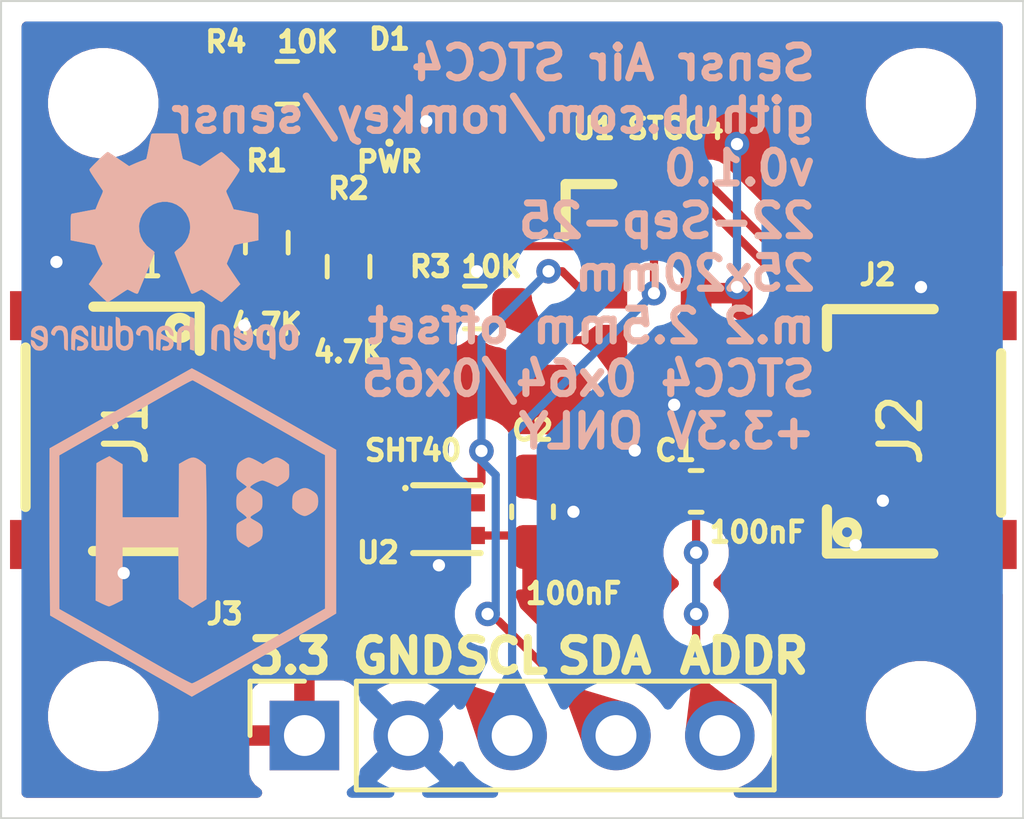
<source format=kicad_pcb>
(kicad_pcb (version 20241229) (generator "pcbnew") (generator_version "9.0")
  (title_block (title "Sensr Air STCC4") (date "2025-09-22") (rev "0.1.0") (company "PDX Hackerspace") (comment 1 "John Romkey"))
  (layers (0 "F.Cu" signal) (2 "B.Cu" signal) (13 "F.Paste" user) (15 "B.Paste" user) (5 "F.SilkS" user "F.Silkscreen") (7 "B.SilkS" user "B.Silkscreen") (1 "F.Mask" user) (3 "B.Mask" user) (25 "Edge.Cuts" user))
  (net 0 "")
  (net 1 "Net-(U1-SCL)")
  (net 2 "GND")
  (net 3 "Net-(U1-SDA)")
  (net 4 "+3.3V")
  (net 5 "Net-(D1-A)")
  (net 6 "/SCL")
  (net 7 "/SDA")
  (net 8 "/ADDR")
  (footprint "MountingHole:MountingHole_2.2mm_M2" (layer "F.Cu") (at 22.5 37.5)
    (property "Reference" "M4" (hide yes))
    (property "Value" "MountingHole_2.2mm_M2" (hide yes))
    (pad "" np_thru_hole circle (at 0 0) (size 2.2 2.2) (drill 2.2) (layers "*.Cu" "*.Mask"))
  )
  (footprint "easyeda2kicad:CONN-SMD_4P-P1.00_SM04B-SRSS-TB-LF-SN" (layer "F.Cu") (at 23.06 30.5 -90)
    (property "Reference" "J1" (at -4 -0.44 0) (layer "F.SilkS") (effects (font (size 0.5 0.5))))
    (property "Value" "BM04B-SRSS-TB(LF)(SN)" (hide yes))
    (fp_text user "${REFERENCE}" (at 0 0 90) (layer "F.SilkS"))
    (pad "1" smd rect (at -1.5 -1.94 270) (size 0.6 1.55) (layers "F.Cu" "F.Mask" "F.Paste") (net 2 "GND"))
    (pad "2" smd rect (at -0.5 -1.94 270) (size 0.6 1.55) (layers "F.Cu" "F.Mask" "F.Paste") (net 4 "+3.3V"))
    (pad "3" smd rect (at 0.5 -1.94 270) (size 0.6 1.55) (layers "F.Cu" "F.Mask" "F.Paste") (net 3 "Net-(U1-SDA)"))
    (pad "4" smd rect (at 1.5 -1.94 270) (size 0.6 1.55) (layers "F.Cu" "F.Mask" "F.Paste") (net 1 "Net-(U1-SCL)"))
    (pad "5" smd rect (at 2.8 1.94 270) (size 1.2 1.8) (layers "F.Cu" "F.Mask" "F.Paste") (net 2 "GND"))
    (pad "6" smd rect (at -2.8 1.94 270) (size 1.2 1.8) (layers "F.Cu" "F.Mask" "F.Paste") (net 2 "GND"))
  )
  (footprint "Resistor_SMD:R_0603_1608Metric_Pad0.98x0.95mm_HandSolder" (layer "F.Cu") (at 27 22)
    (property "Reference" "R4" (at -1.5 -1 0) (layer "F.SilkS") (effects (font (size 0.5 0.5) (thickness 0.125))))
    (property "Value" "10K" (at 0.5 -1 0) (layer "F.SilkS") (effects (font (size 0.5 0.5) (thickness 0.125))))
    (pad "1" smd roundrect (at -0.9125 0) (size 0.975 0.95) (layers "F.Cu" "F.Mask" "F.Paste") (net 4 "+3.3V"))
    (pad "2" smd roundrect (at 0.9125 0) (size 0.975 0.95) (layers "F.Cu" "F.Mask" "F.Paste") (net 5 "Net-(D1-A)"))
  )
  (footprint "LED_SMD:LED_0201_0603Metric_Pad0.64x0.40mm_HandSolder" (layer "F.Cu") (at 29.5 22.4325 90)
    (property "Reference" "D1" (at 1.5 0 0) (layer "F.SilkS") (effects (font (size 0.5 0.5) (thickness 0.125))))
    (property "Value" "PWR" (at -1.5 0 0) (layer "F.SilkS") (effects (font (size 0.5 0.5) (thickness 0.125))))
    (pad "1" smd roundrect (at -0.4075 0 90) (size 0.635 0.4) (layers "F.Cu" "F.Mask") (net 2 "GND"))
    (pad "2" smd roundrect (at 0.4075 0 90) (size 0.635 0.4) (layers "F.Cu" "F.Mask") (net 5 "Net-(D1-A)"))
  )
  (footprint "MountingHole:MountingHole_2.2mm_M2" (layer "F.Cu") (at 42.5 37.5)
    (property "Reference" "M3" (hide yes))
    (property "Value" "MountingHole_2.2mm_M2" (hide yes))
    (pad "" np_thru_hole circle (at 0 0) (size 2.2 2.2) (drill 2.2) (layers "*.Cu" "*.Mask"))
  )
  (footprint "MountingHole:MountingHole_2.2mm_M2" (layer "F.Cu") (at 42.5 22.5)
    (property "Reference" "M2" (hide yes))
    (property "Value" "MountingHole_2.2mm_M2" (hide yes))
    (pad "" np_thru_hole circle (at 0 0) (size 2.2 2.2) (drill 2.2) (layers "*.Cu" "*.Mask"))
  )
  (footprint "Capacitor_SMD:C_0603_1608Metric_Pad1.08x0.95mm_HandSolder" (layer "F.Cu") (at 33 32.5 90)
    (property "Reference" "C2" (at 2 0 0) (layer "F.SilkS") (effects (font (size 0.5 0.5))))
    (property "Value" "100nF" (at -2 1 0) (layer "F.SilkS") (effects (font (size 0.5 0.5))))
    (pad "1" smd roundrect (at -0.8625 0 90) (size 1.075 0.95) (layers "F.Cu" "F.Mask" "F.Paste") (net 4 "+3.3V"))
    (pad "2" smd roundrect (at 0.8625 0 90) (size 1.075 0.95) (layers "F.Cu" "F.Mask" "F.Paste") (net 2 "GND"))
  )
  (footprint "Resistor_SMD:R_0603_1608Metric_Pad0.98x0.95mm_HandSolder" (layer "F.Cu") (at 26.5 25.9125 -90)
    (property "Reference" "R1" (at -2 0 0) (layer "F.SilkS") (effects (font (size 0.5 0.5))))
    (property "Value" "4.7K" (at 2 0 0) (layer "F.SilkS") (effects (font (size 0.5 0.5))))
    (pad "1" smd roundrect (at -0.9125 0 270) (size 0.975 0.95) (layers "F.Cu" "F.Mask" "F.Paste") (net 4 "+3.3V"))
    (pad "2" smd roundrect (at 0.9125 0 270) (size 0.975 0.95) (layers "F.Cu" "F.Mask" "F.Paste") (net 3 "Net-(U1-SDA)"))
  )
  (footprint "Connector_PinSocket_2.54mm:PinSocket_1x05_P2.54mm_Vertical" (layer "F.Cu") (at 27.42 37.975 90)
    (property "Reference" "J3" (at 2.975 -1.95 0) (layer "F.SilkS") (effects (font (size 0.5 0.5) (thickness 0.125))))
    (property "Value" "Conn_01x05" (hide yes))
    (pad "1" thru_hole rect (at 0 0 90) (size 1.7 1.7) (drill 1) (layers "*.Cu" "*.Mask") (net 4 "+3.3V"))
    (pad "2" thru_hole circle (at 0 2.54 90) (size 1.7 1.7) (drill 1) (layers "*.Cu" "*.Mask") (net 2 "GND"))
    (pad "3" thru_hole circle (at 0 5.08 90) (size 1.7 1.7) (drill 1) (layers "*.Cu" "*.Mask") (net 6 "/SCL"))
    (pad "4" thru_hole circle (at 0 7.62 90) (size 1.7 1.7) (drill 1) (layers "*.Cu" "*.Mask") (net 7 "/SDA"))
    (pad "5" thru_hole circle (at 0 10.16 90) (size 1.7 1.7) (drill 1) (layers "*.Cu" "*.Mask") (net 8 "/ADDR"))
  )
  (footprint "Resistor_SMD:R_0603_1608Metric_Pad0.98x0.95mm_HandSolder" (layer "F.Cu") (at 31.5875 27.5 180)
    (property "Reference" "R3" (at 1.0875 1 0) (layer "F.SilkS") (effects (font (size 0.5 0.5) (thickness 0.125))))
    (property "Value" "10K" (at -0.4125 1 0) (layer "F.SilkS") (effects (font (size 0.5 0.5) (thickness 0.125))))
    (pad "1" smd roundrect (at -0.9125 0 180) (size 0.975 0.95) (layers "F.Cu" "F.Mask" "F.Paste") (net 8 "/ADDR"))
    (pad "2" smd roundrect (at 0.9125 0 180) (size 0.975 0.95) (layers "F.Cu" "F.Mask" "F.Paste") (net 2 "GND"))
  )
  (footprint "easyeda2kicad:DFN-4_L1.5-W1.5-P0.80-TL-EP" (layer "F.Cu") (at 30.9 32.68)
    (property "Reference" "U2" (at -1.68 0.82 0) (layer "F.SilkS") (effects (font (size 0.5 0.5))))
    (property "Value" "SHT40" (at -0.82 -1.68 0) (layer "F.SilkS") (effects (font (size 0.5 0.5) (thickness 0.125))))
    (pad "1" smd rect (at -0.68 -0.4) (size 0.51 0.42) (layers "F.Cu" "F.Mask" "F.Paste") (net 7 "/SDA"))
    (pad "2" smd rect (at -0.68 0.4) (size 0.51 0.42) (layers "F.Cu" "F.Mask" "F.Paste") (net 6 "/SCL"))
    (pad "3" smd rect (at 0.68 0.4) (size 0.51 0.42) (layers "F.Cu" "F.Mask" "F.Paste") (net 4 "+3.3V"))
    (pad "4" smd rect (at 0.68 -0.4) (size 0.51 0.42) (layers "F.Cu" "F.Mask" "F.Paste") (net 2 "GND"))
    (pad "5" smd rect (at 0 0) (size 0.4 1.1) (layers "F.Cu" "F.Mask" "F.Paste") (net 2 "GND"))
  )
  (footprint "Resistor_SMD:R_0603_1608Metric_Pad0.98x0.95mm_HandSolder" (layer "F.Cu") (at 28.5 26.5 -90)
    (property "Reference" "R2" (at -1.9125 0 0) (layer "F.SilkS") (effects (font (size 0.5 0.5) (thickness 0.125))))
    (property "Value" "4.7K" (at 2.0875 0 0) (layer "F.SilkS") (effects (font (size 0.5 0.5) (thickness 0.125))))
    (pad "1" smd roundrect (at -0.9125 0 270) (size 0.975 0.95) (layers "F.Cu" "F.Mask" "F.Paste") (net 4 "+3.3V"))
    (pad "2" smd roundrect (at 0.9125 0 270) (size 0.975 0.95) (layers "F.Cu" "F.Mask" "F.Paste") (net 1 "Net-(U1-SCL)"))
  )
  (footprint "MountingHole:MountingHole_2.2mm_M2" (layer "F.Cu") (at 22.5 22.5)
    (property "Reference" "M1" (hide yes))
    (property "Value" "MountingHole_2.2mm_M2" (hide yes))
    (pad "" np_thru_hole circle (at 0 0) (size 2.2 2.2) (drill 2.2) (layers "*.Cu" "*.Mask"))
  )
  (footprint "Capacitor_SMD:C_0603_1608Metric_Pad1.08x0.95mm_HandSolder" (layer "F.Cu") (at 37 32 180)
    (property "Reference" "C1" (at 0.5 1 0) (layer "F.SilkS") (effects (font (size 0.5 0.5))))
    (property "Value" "100nF" (at -1.5 -1 0) (layer "F.SilkS") (effects (font (size 0.5 0.5) (thickness 0.125))))
    (pad "1" smd roundrect (at -0.8625 0 180) (size 1.075 0.95) (layers "F.Cu" "F.Mask" "F.Paste") (net 4 "+3.3V"))
    (pad "2" smd roundrect (at 0.8625 0 180) (size 1.075 0.95) (layers "F.Cu" "F.Mask" "F.Paste") (net 2 "GND"))
  )
  (footprint "easyeda2kicad:CONN-SMD_4P-P1.00_SM04B-SRSS-TB-LF-SN" (layer "F.Cu") (at 42 30.5 90)
    (property "Reference" "J2" (at 3.8 -0.56 0) (layer "F.SilkS") (effects (font (size 0.5 0.5))))
    (property "Value" "BM04B-SRSS-TB(LF)(SN)" (hide yes))
    (fp_text user "${REFERENCE}" (at 0 0 90) (layer "F.SilkS"))
    (pad "1" smd rect (at -1.5 -1.94 90) (size 0.6 1.55) (layers "F.Cu" "F.Mask" "F.Paste") (net 2 "GND"))
    (pad "2" smd rect (at -0.5 -1.94 90) (size 0.6 1.55) (layers "F.Cu" "F.Mask" "F.Paste") (net 4 "+3.3V"))
    (pad "3" smd rect (at 0.5 -1.94 90) (size 0.6 1.55) (layers "F.Cu" "F.Mask" "F.Paste") (net 3 "Net-(U1-SDA)"))
    (pad "4" smd rect (at 1.5 -1.94 90) (size 0.6 1.55) (layers "F.Cu" "F.Mask" "F.Paste") (net 1 "Net-(U1-SCL)"))
    (pad "5" smd rect (at 2.8 1.94 90) (size 1.2 1.8) (layers "F.Cu" "F.Mask" "F.Paste") (net 2 "GND"))
    (pad "6" smd rect (at -2.8 1.94 90) (size 1.2 1.8) (layers "F.Cu" "F.Mask" "F.Paste") (net 2 "GND"))
  )
  (footprint "easyeda2kicad:LAG-8_L4.0-W3.0-P1.15-TL" (layer "F.Cu") (at 35.97 27.15)
    (property "Reference" "U1" (at -1.47 -4.03 0) (layer "F.SilkS") (effects (font (size 0.5 0.5) (thickness 0.125))))
    (property "Value" "STCC4" (at 0.53 -4.03 0) (layer "F.SilkS") (effects (font (size 0.5 0.5) (thickness 0.125))))
    (pad "1" smd rect (at -1.03 -1.15) (size 0.75 0.75) (layers "F.Cu" "F.Mask" "F.Paste") (net 1 "Net-(U1-SCL)"))
    (pad "2" smd rect (at -1.03 0) (size 0.75 0.75) (layers "F.Cu" "F.Mask" "F.Paste") (net 7 "/SDA"))
    (pad "3" smd rect (at -1.03 1.15) (size 0.75 0.75) (layers "F.Cu" "F.Mask" "F.Paste") (net 8 "/ADDR"))
    (pad "4" smd rect (at 0 1.53) (size 0.75 0.75) (layers "F.Cu" "F.Mask" "F.Paste") (net 2 "GND"))
    (pad "5" smd rect (at 1.03 1.15) (size 0.75 0.75) (layers "F.Cu" "F.Mask" "F.Paste") (net 3 "Net-(U1-SDA)"))
    (pad "6" smd rect (at 1.03 0) (size 0.75 0.75) (layers "F.Cu" "F.Mask" "F.Paste") (net 4 "+3.3V"))
    (pad "7" smd rect (at 1.03 -1.15) (size 0.75 0.75) (layers "F.Cu" "F.Mask" "F.Paste") (net 4 "+3.3V"))
    (pad "8" smd rect (at 0 -1.53) (size 0.75 0.75) (layers "F.Cu" "F.Mask" "F.Paste") (net 6 "/SCL"))
  )
  (footprint "1myFootprints:CTRLH Logo" (layer "B.Cu") (at 24.86 33 180)
    (property "Reference" "REF**" (hide yes))
    (property "Value" "CTRLH Logo" (hide yes))
  )
  (footprint "Symbol:OSHW-Logo2_7.3x6mm_SilkScreen" (layer "B.Cu") (at 24 26 180)
    (property "Reference" "REF**" (hide yes))
    (property "Value" "OSHW-Logo2_7.3x6mm_SilkScreen" (hide yes))
  )
  (gr_rect (start 20 20) (end 45 40) (stroke (width 0.05)) (fill no) (layer "Edge.Cuts"))
  (gr_text "3.3" (at 26 36.5 0) (layer "F.SilkS") (effects (font (size 0.8 0.8) (thickness 0.2) (bold yes)) (justify left bottom)))
  (gr_text "SCL" (at 31 36.5 0) (layer "F.SilkS") (effects (font (size 0.8 0.8) (thickness 0.2) (bold yes)) (justify left bottom)))
  (gr_text "SDA" (at 33.5 36.5 0) (layer "F.SilkS") (effects (font (size 0.8 0.8) (thickness 0.2) (bold yes)) (justify left bottom)))
  (gr_text "GND" (at 28.5 36.5 0) (layer "F.SilkS") (effects (font (size 0.8 0.8) (thickness 0.2) (bold yes)) (justify left bottom)))
  (gr_text "ADDR" (at 36.5 36.5 0) (layer "F.SilkS") (effects (font (size 0.8 0.8) (thickness 0.2) (bold yes)) (justify left bottom)))
  (gr_text "Sensr Air STCC4\ngithub.com/romkey/sensr\nv0.1.0\n22-Sep-25\n25x20mm\nm.2 2.5mm offset\nSTCC4 0x64/0x65\n+3.3V ONLY" (at 40 31 0) (layer "B.SilkS") (effects (font (size 0.8 0.8) (thickness 0.175) (bold yes)) (justify left bottom mirror)))
  (segment (start 35.3659 24.8974) (end 37.1366 24.8974) (width 0.2) (layer "F.Cu") (net 1))
  (segment (start 29.9125 26) (end 34.94 26) (width 0.2) (layer "F.Cu") (net 1))
  (segment (start 40.06 29) (end 38.9833 29) (width 0.2) (layer "F.Cu") (net 1))
  (segment (start 28.5 29.5767) (end 28.5 27.4125) (width 0.2) (layer "F.Cu") (net 1))
  (segment (start 26.0767 32) (end 28.5 29.5767) (width 0.2) (layer "F.Cu") (net 1))
  (segment (start 37.1366 24.8974) (end 38.9833 26.7441) (width 0.2) (layer "F.Cu") (net 1))
  (segment (start 34.94 26) (end 34.94 25.3233) (width 0.2) (layer "F.Cu") (net 1))
  (segment (start 38.9833 26.7441) (end 38.9833 29) (width 0.2) (layer "F.Cu") (net 1))
  (segment (start 25 32) (end 26.0767 32) (width 0.2) (layer "F.Cu") (net 1))
  (segment (start 34.94 25.3233) (end 35.3659 24.8974) (width 0.2) (layer "F.Cu") (net 1))
  (segment (start 28.5 27.4125) (end 29.9125 26) (width 0.2) (layer "F.Cu") (net 1))
  (segment (start 35.97 29.3867) (end 35.97 28.68) (width 0.2) (layer "F.Cu") (net 2))
  (segment (start 42.7383 27.7) (end 43.94 27.7) (width 0.2) (layer "F.Cu") (net 2))
  (segment (start 26.0767 28.0618) (end 26.0767 29) (width 0.2) (layer "F.Cu") (net 2))
  (segment (start 41.5675 32.2284) (end 41.3651 32.2284) (width 0.2) (layer "F.Cu") (net 2))
  (segment (start 29.6021 22.9421) (end 29.5 22.84) (width 0.2) (layer "F.Cu") (net 2))
  (segment (start 35.5 31) (end 35.5 31.3625) (width 0.2) (layer "F.Cu") (net 2))
  (segment (start 30.9 33.6192) (end 30.9 32.68) (width 0.2) (layer "F.Cu") (net 2))
  (segment (start 22.3217 26.8622) (end 22.3217 27.7) (width 0.2) (layer "F.Cu") (net 2))
  (segment (start 42.5 27.4617) (end 42.7383 27.7) (width 0.2) (layer "F.Cu") (net 2))
  (segment (start 21.355 26.3855) (end 21.845 26.3855) (width 0.2) (layer "F.Cu") (net 2))
  (segment (start 43.94 33.3) (end 42.7383 33.3) (width 0.2) (layer "F.Cu") (net 2))
  (segment (start 31.0233 32.5567) (end 30.9 32.68) (width 0.2) (layer "F.Cu") (net 2))
  (segment (start 40.06 32) (end 41.1367 32) (width 0.2) (layer "F.Cu") (net 2))
  (segment (start 22.3359 33.3359) (end 22.3359 33.3142) (width 0.2) (layer "F.Cu") (net 2))
  (segment (start 41.3651 32.2284) (end 41.1367 32) (width 0.2) (layer "F.Cu") (net 2))
  (segment (start 22.3217 33.3) (end 21.12 33.3) (width 0.2) (layer "F.Cu") (net 2))
  (segment (start 42.7241 33.3142) (end 42.7383 33.3) (width 0.2) (layer "F.Cu") (net 2))
  (segment (start 23 34) (end 22.3359 33.3359) (width 0.2) (layer "F.Cu") (net 2))
  (segment (start 31.0233 32.28) (end 31.0233 32.5567) (width 0.2) (layer "F.Cu") (net 2))
  (segment (start 22.3359 33.3142) (end 22.3217 33.3) (width 0.2) (layer "F.Cu") (net 2))
  (segment (start 34 32.5) (end 33.4592 31.9592) (width 0.2) (layer "F.Cu") (net 2))
  (segment (start 33.3217 31.9592) (end 33 31.6375) (width 0.2) (layer "F.Cu") (net 2))
  (segment (start 31.5606 26.6144) (end 30.675 27.5) (width 0.2) (layer "F.Cu") (net 2))
  (segment (start 36.4638 29.8805) (end 35.97 29.3867) (width 0.2) (layer "F.Cu") (net 2))
  (segment (start 35.5 31.3625) (end 36.1375 32) (width 0.2) (layer "F.Cu") (net 2))
  (segment (start 21.12 27.7) (end 22.3217 27.7) (width 0.2) (layer "F.Cu") (net 2))
  (segment (start 25.95 27.9351) (end 26.0767 28.0618) (width 0.2) (layer "F.Cu") (net 2))
  (segment (start 31.58 32.28) (end 31.0233 32.28) (width 0.2) (layer "F.Cu") (net 2))
  (segment (start 31.6399 26.6144) (end 31.5606 26.6144) (width 0.2) (layer "F.Cu") (net 2))
  (segment (start 30.71 33.8092) (end 30.9 33.6192) (width 0.2) (layer "F.Cu") (net 2))
  (segment (start 40.9 33.3142) (end 42.7241 33.3142) (width 0.2) (layer "F.Cu") (net 2))
  (segment (start 42.5 27) (end 42.5 27.4617) (width 0.2) (layer "F.Cu") (net 2))
  (segment (start 21.845 26.3855) (end 22.3217 26.8622) (width 0.2) (layer "F.Cu") (net 2))
  (segment (start 33.4592 31.9592) (end 33.3217 31.9592) (width 0.2) (layer "F.Cu") (net 2))
  (segment (start 30.4002 22.9421) (end 29.6021 22.9421) (width 0.2) (layer "F.Cu") (net 2))
  (segment (start 25 29) (end 26.0767 29) (width 0.2) (layer "F.Cu") (net 2))
  (segment (start 36.0967 31.9592) (end 36.1375 32) (width 0.2) (layer "F.Cu") (net 2))
  (via (at 41.5675 32.2284) (size 0.6) (drill 0.3) (layers "F.Cu" "B.Cu") (net 2))
  (via (at 31.6399 26.6144) (size 0.6) (drill 0.3) (layers "F.Cu" "B.Cu") (net 2))
  (via (at 42.5 27) (size 0.6) (drill 0.3) (layers "F.Cu" "B.Cu") (net 2))
  (via (at 23 34) (size 0.6) (drill 0.3) (layers "F.Cu" "B.Cu") (net 2))
  (via (at 40.9 33.3142) (size 0.6) (drill 0.3) (layers "F.Cu" "B.Cu") (net 2))
  (via (at 34 32.5) (size 0.6) (drill 0.3) (layers "F.Cu" "B.Cu") (net 2))
  (via (at 30.4002 22.9421) (size 0.6) (drill 0.3) (layers "F.Cu" "B.Cu") (net 2))
  (via (at 35.5 31) (size 0.6) (drill 0.3) (layers "F.Cu" "B.Cu") (net 2))
  (via (at 21.355 26.3855) (size 0.6) (drill 0.3) (layers "F.Cu" "B.Cu") (net 2))
  (via (at 36.4638 29.8805) (size 0.6) (drill 0.3) (layers "F.Cu" "B.Cu") (net 2))
  (via (at 25.95 27.9351) (size 0.6) (drill 0.3) (layers "F.Cu" "B.Cu") (net 2))
  (via (at 30.71 33.8092) (size 0.6) (drill 0.3) (layers "F.Cu" "B.Cu") (net 2))
  (segment (start 39.8803 30) (end 38.9833 30) (width 0.2) (layer "F.Cu") (net 3))
  (segment (start 37 28.3) (end 37.6767 28.3) (width 0.2) (layer "F.Cu") (net 3))
  (segment (start 26.5517 30.525) (end 26.5517 26.8767) (width 0.2) (layer "F.Cu") (net 3))
  (segment (start 40.06 30) (end 41.1367 30) (width 0.2) (layer "F.Cu") (net 3))
  (segment (start 25 31) (end 26.0767 31) (width 0.2) (layer "F.Cu") (net 3))
  (segment (start 26.0767 31) (end 26.5517 30.525) (width 0.2) (layer "F.Cu") (net 3))
  (segment (start 38.9833 29.6066) (end 38.9833 30) (width 0.2) (layer "F.Cu") (net 3))
  (segment (start 41.1367 30) (end 41.1367 28.2964) (width 0.2) (layer "F.Cu") (net 3))
  (segment (start 28.8417 26.5) (end 26.825 26.5) (width 0.2) (layer "F.Cu") (net 3))
  (segment (start 39.8803 30) (end 40.06 30) (width 0.2) (layer "F.Cu") (net 3))
  (segment (start 26.5517 26.8767) (end 26.5 26.825) (width 0.2) (layer "F.Cu") (net 3))
  (segment (start 37.6767 28.3) (end 38.9833 29.6066) (width 0.2) (layer "F.Cu") (net 3))
  (segment (start 41.1367 28.2964) (end 37.3237 24.4834) (width 0.2) (layer "F.Cu") (net 3))
  (segment (start 37.3237 24.4834) (end 30.8583 24.4834) (width 0.2) (layer "F.Cu") (net 3))
  (segment (start 26.825 26.5) (end 26.5 26.825) (width 0.2) (layer "F.Cu") (net 3))
  (segment (start 30.8583 24.4834) (end 28.8417 26.5) (width 0.2) (layer "F.Cu") (net 3))
  (segment (start 32.7175 33.08) (end 33 33.3625) (width 0.2) (layer "F.Cu") (net 4))
  (segment (start 31.58 33.08) (end 32.7175 33.08) (width 0.2) (layer "F.Cu") (net 4))
  (via (at 38 27) (size 0.6) (drill 0.3) (layers "F.Cu" "B.Cu") (net 4))
  (via (at 38 23.5) (size 0.6) (drill 0.3) (layers "F.Cu" "B.Cu") (net 4))
  (segment (start 38 27) (end 38 23.5) (width 0.2) (layer "B.Cu") (net 4))
  (segment (start 27.9125 22) (end 29.475 22) (width 0.2) (layer "F.Cu") (net 5))
  (segment (start 29.475 22) (end 29.5 22.025) (width 0.2) (layer "F.Cu") (net 5))
  (segment (start 30.1083 35.5833) (end 32.5 37.975) (width 0.2) (layer "F.Cu") (net 6))
  (segment (start 30.1083 33.1917) (end 30.1083 35.5833) (width 0.2) (layer "F.Cu") (net 6))
  (segment (start 35.97 25.62) (end 35.97 27.15) (width 0.2) (layer "F.Cu") (net 6))
  (segment (start 30.22 33.08) (end 30.1083 33.1917) (width 0.2) (layer "F.Cu") (net 6))
  (via (at 35.97 27.15) (size 0.6) (drill 0.3) (layers "F.Cu" "B.Cu") (net 6))
  (segment (start 32.5 30.62) (end 32.5 37.975) (width 0.2) (layer "B.Cu") (net 6))
  (segment (start 35.97 27.15) (end 32.5 30.62) (width 0.2) (layer "B.Cu") (net 6))
  (segment (start 32.1794 35.1794) (end 34.975 37.975) (width 0.2) (layer "F.Cu") (net 7))
  (segment (start 34.975 37.975) (end 35.04 37.975) (width 0.2) (layer "F.Cu") (net 7))
  (segment (start 31.75 31.0106) (end 31.75 31.7683) (width 0.2) (layer "F.Cu") (net 7))
  (segment (start 34.94 27.15) (end 34.2633 27.15) (width 0.2) (layer "F.Cu") (net 7))
  (segment (start 30.22 31.7683) (end 31.75 31.7683) (width 0.2) (layer "F.Cu") (net 7))
  (segment (start 30.22 32.28) (end 30.22 31.7683) (width 0.2) (layer "F.Cu") (net 7))
  (segment (start 34.2633 27.15) (end 33.7277 26.6144) (width 0.2) (layer "F.Cu") (net 7))
  (segment (start 33.7277 26.6144) (end 33.3919 26.6144) (width 0.2) (layer "F.Cu") (net 7))
  (via (at 31.9 35) (size 0.6) (drill 0.3) (layers "F.Cu" "B.Cu") (net 7))
  (via (at 31.75 31.0106) (size 0.6) (drill 0.3) (layers "F.Cu" "B.Cu") (net 7))
  (via (at 33.3919 26.6144) (size 0.6) (drill 0.3) (layers "F.Cu" "B.Cu") (net 7))
  (segment (start 32.099 31.599) (end 32.099 35) (width 0.2) (layer "B.Cu") (net 7))
  (segment (start 31.75 31.0106) (end 31.75 31.25) (width 0.2) (layer "B.Cu") (net 7))
  (segment (start 33.3919 26.6144) (end 31.75 28.2563) (width 0.2) (layer "B.Cu") (net 7))
  (segment (start 31.75 31.25) (end 32.099 31.599) (width 0.2) (layer "B.Cu") (net 7))
  (segment (start 31.75 28.2563) (end 31.75 31.0106) (width 0.2) (layer "B.Cu") (net 7))
  (segment (start 34.94 28.3) (end 33.3 28.3) (width 0.2) (layer "F.Cu") (net 8))
  (segment (start 34.94 28.3) (end 34.94 29.2449) (width 0.2) (layer "F.Cu") (net 8))
  (segment (start 37 31.3049) (end 37 33.5) (width 0.2) (layer "F.Cu") (net 8))
  (segment (start 37 35) (end 37 37.395) (width 0.2) (layer "F.Cu") (net 8))
  (segment (start 34.94 29.2449) (end 37 31.3049) (width 0.2) (layer "F.Cu") (net 8))
  (segment (start 37 37.395) (end 37.58 37.975) (width 0.2) (layer "F.Cu") (net 8))
  (segment (start 33.3 28.3) (end 32.5 27.5) (width 0.2) (layer "F.Cu") (net 8))
  (via (at 37 35) (size 0.6) (drill 0.3) (layers "F.Cu" "B.Cu") (net 8))
  (via (at 37 33.5) (size 0.6) (drill 0.3) (layers "F.Cu" "B.Cu") (net 8))
  (segment (start 37 33.5) (end 37 35) (width 0.2) (layer "B.Cu") (net 8))
  (zone (net 4) (net_name "+3.3V") (layer "F.Cu") (connect_pads (clearance 0.5)) (min_thickness 0.25) (fill yes (thermal_gap 0.5) (thermal_bridge_width 0.5))
    (polygon (pts (xy 20 20) (xy 45 20) (xy 45 40) (xy 20 40)))
  )
  (zone (net 2) (net_name "GND") (layer "B.Cu") (priority 1) (connect_pads (clearance 0.5)) (min_thickness 0.25) (fill yes (thermal_gap 0.5) (thermal_bridge_width 0.5))
    (polygon (pts (xy 20 20) (xy 45 20) (xy 45 40) (xy 20 40)))
  )
)
</source>
